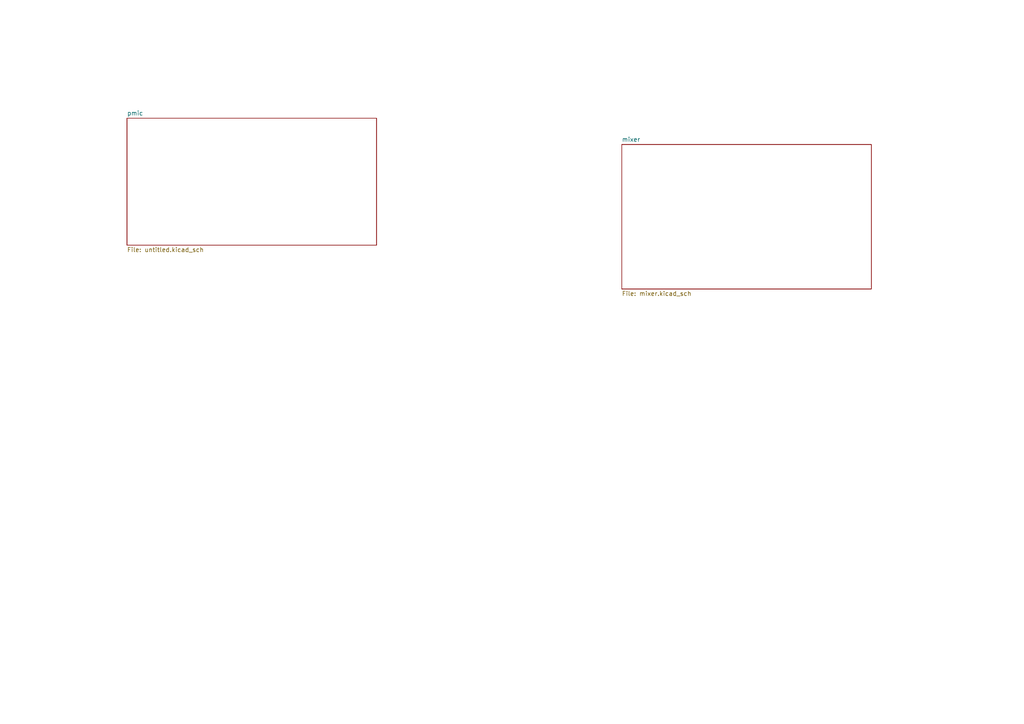
<source format=kicad_sch>
(kicad_sch
	(version 20250114)
	(generator "eeschema")
	(generator_version "9.0")
	(uuid "e7c06236-9519-4489-862f-95400696521f")
	(paper "A4")
	(lib_symbols)
	(sheet
		(at 180.34 41.91)
		(size 72.39 41.91)
		(exclude_from_sim no)
		(in_bom yes)
		(on_board yes)
		(dnp no)
		(fields_autoplaced yes)
		(stroke
			(width 0.1524)
			(type solid)
		)
		(fill
			(color 0 0 0 0.0000)
		)
		(uuid "610b94a8-9ee7-4711-8452-ccbec86f89e9")
		(property "Sheetname" "mixer"
			(at 180.34 41.1984 0)
			(effects
				(font
					(size 1.27 1.27)
				)
				(justify left bottom)
			)
		)
		(property "Sheetfile" "mixer.kicad_sch"
			(at 180.34 84.4046 0)
			(effects
				(font
					(size 1.27 1.27)
				)
				(justify left top)
			)
		)
		(instances
			(project "mokislevy"
				(path "/e7c06236-9519-4489-862f-95400696521f"
					(page "3")
				)
			)
		)
	)
	(sheet
		(at 36.83 34.29)
		(size 72.39 36.83)
		(exclude_from_sim no)
		(in_bom yes)
		(on_board yes)
		(dnp no)
		(fields_autoplaced yes)
		(stroke
			(width 0.1524)
			(type solid)
		)
		(fill
			(color 0 0 0 0.0000)
		)
		(uuid "d9d03e67-02ec-497f-9038-e6e2842f1ff2")
		(property "Sheetname" "pmic"
			(at 36.83 33.5784 0)
			(effects
				(font
					(size 1.27 1.27)
				)
				(justify left bottom)
			)
		)
		(property "Sheetfile" "untitled.kicad_sch"
			(at 36.83 71.7046 0)
			(effects
				(font
					(size 1.27 1.27)
				)
				(justify left top)
			)
		)
		(instances
			(project "mokislevy"
				(path "/e7c06236-9519-4489-862f-95400696521f"
					(page "2")
				)
			)
		)
	)
	(sheet_instances
		(path "/"
			(page "1")
		)
	)
	(embedded_fonts no)
)

</source>
